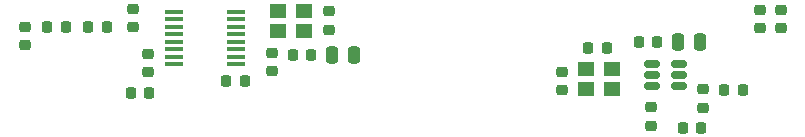
<source format=gbr>
%TF.GenerationSoftware,KiCad,Pcbnew,8.0.0-1.fc39*%
%TF.CreationDate,2024-05-13T23:25:18+02:00*%
%TF.ProjectId,radio433,72616469-6f34-4333-932e-6b696361645f,rev?*%
%TF.SameCoordinates,Original*%
%TF.FileFunction,Paste,Top*%
%TF.FilePolarity,Positive*%
%FSLAX46Y46*%
G04 Gerber Fmt 4.6, Leading zero omitted, Abs format (unit mm)*
G04 Created by KiCad (PCBNEW 8.0.0-1.fc39) date 2024-05-13 23:25:18*
%MOMM*%
%LPD*%
G01*
G04 APERTURE LIST*
G04 Aperture macros list*
%AMRoundRect*
0 Rectangle with rounded corners*
0 $1 Rounding radius*
0 $2 $3 $4 $5 $6 $7 $8 $9 X,Y pos of 4 corners*
0 Add a 4 corners polygon primitive as box body*
4,1,4,$2,$3,$4,$5,$6,$7,$8,$9,$2,$3,0*
0 Add four circle primitives for the rounded corners*
1,1,$1+$1,$2,$3*
1,1,$1+$1,$4,$5*
1,1,$1+$1,$6,$7*
1,1,$1+$1,$8,$9*
0 Add four rect primitives between the rounded corners*
20,1,$1+$1,$2,$3,$4,$5,0*
20,1,$1+$1,$4,$5,$6,$7,0*
20,1,$1+$1,$6,$7,$8,$9,0*
20,1,$1+$1,$8,$9,$2,$3,0*%
G04 Aperture macros list end*
%ADD10RoundRect,0.225000X-0.250000X0.225000X-0.250000X-0.225000X0.250000X-0.225000X0.250000X0.225000X0*%
%ADD11RoundRect,0.218750X-0.218750X-0.256250X0.218750X-0.256250X0.218750X0.256250X-0.218750X0.256250X0*%
%ADD12R,1.400000X1.200000*%
%ADD13RoundRect,0.225000X0.225000X0.250000X-0.225000X0.250000X-0.225000X-0.250000X0.225000X-0.250000X0*%
%ADD14RoundRect,0.225000X-0.225000X-0.250000X0.225000X-0.250000X0.225000X0.250000X-0.225000X0.250000X0*%
%ADD15R,1.600000X0.410000*%
%ADD16RoundRect,0.218750X0.256250X-0.218750X0.256250X0.218750X-0.256250X0.218750X-0.256250X-0.218750X0*%
%ADD17RoundRect,0.250000X-0.250000X-0.475000X0.250000X-0.475000X0.250000X0.475000X-0.250000X0.475000X0*%
%ADD18RoundRect,0.150000X0.512500X0.150000X-0.512500X0.150000X-0.512500X-0.150000X0.512500X-0.150000X0*%
%ADD19RoundRect,0.218750X-0.256250X0.218750X-0.256250X-0.218750X0.256250X-0.218750X0.256250X0.218750X0*%
%ADD20RoundRect,0.225000X0.250000X-0.225000X0.250000X0.225000X-0.250000X0.225000X-0.250000X-0.225000X0*%
%ADD21RoundRect,0.250000X0.250000X0.475000X-0.250000X0.475000X-0.250000X-0.475000X0.250000X-0.475000X0*%
G04 APERTURE END LIST*
D10*
%TO.C,C3*%
X254000000Y-94475000D03*
X254000000Y-96025000D03*
%TD*%
D11*
%TO.C,R3*%
X200705000Y-101510000D03*
X202280000Y-101510000D03*
%TD*%
D12*
%TO.C,Y3*%
X239250000Y-101200000D03*
X241450000Y-101200000D03*
X241450000Y-99500000D03*
X239250000Y-99500000D03*
%TD*%
D10*
%TO.C,C13*%
X202200000Y-98225000D03*
X202200000Y-99775000D03*
%TD*%
%TO.C,C12*%
X212700000Y-98125000D03*
X212700000Y-99675000D03*
%TD*%
D13*
%TO.C,C6*%
X245275000Y-97250000D03*
X243725000Y-97250000D03*
%TD*%
D14*
%TO.C,C14*%
X208825000Y-100500000D03*
X210375000Y-100500000D03*
%TD*%
%TO.C,C4*%
X239475000Y-97750000D03*
X241025000Y-97750000D03*
%TD*%
D15*
%TO.C,U2*%
X204345700Y-94627500D03*
X204345700Y-95262500D03*
X204345700Y-95897500D03*
X204345700Y-96532500D03*
X204345700Y-97167500D03*
X204345700Y-97802500D03*
X204345700Y-98437500D03*
X204345700Y-99072500D03*
X209654300Y-99072500D03*
X209654300Y-98437500D03*
X209654300Y-97802500D03*
X209654300Y-97167500D03*
X209654300Y-96532500D03*
X209654300Y-95897500D03*
X209654300Y-95262500D03*
X209654300Y-94627500D03*
%TD*%
D16*
%TO.C,L2*%
X255750000Y-96037500D03*
X255750000Y-94462500D03*
%TD*%
D17*
%TO.C,C9*%
X217750000Y-98300000D03*
X219650000Y-98300000D03*
%TD*%
D18*
%TO.C,U1*%
X247137500Y-100950000D03*
X247137500Y-100000000D03*
X247137500Y-99050000D03*
X244862500Y-99050000D03*
X244862500Y-100000000D03*
X244862500Y-100950000D03*
%TD*%
D19*
%TO.C,L3*%
X191750000Y-95912500D03*
X191750000Y-97487500D03*
%TD*%
D10*
%TO.C,C5*%
X237250000Y-99725000D03*
X237250000Y-101275000D03*
%TD*%
D13*
%TO.C,C8*%
X215975000Y-98300000D03*
X214425000Y-98300000D03*
%TD*%
D14*
%TO.C,C10*%
X197129300Y-95937500D03*
X198679300Y-95937500D03*
%TD*%
D11*
%TO.C,R2*%
X247462500Y-104500000D03*
X249037500Y-104500000D03*
%TD*%
D16*
%TO.C,L1*%
X249212500Y-102787500D03*
X249212500Y-101212500D03*
%TD*%
%TO.C,L4*%
X200904300Y-95975000D03*
X200904300Y-94400000D03*
%TD*%
D14*
%TO.C,C2*%
X250975000Y-101250000D03*
X252525000Y-101250000D03*
%TD*%
D12*
%TO.C,Y2*%
X213200000Y-96250000D03*
X215400000Y-96250000D03*
X215400000Y-94550000D03*
X213200000Y-94550000D03*
%TD*%
D20*
%TO.C,C7*%
X217525000Y-96175000D03*
X217525000Y-94625000D03*
%TD*%
D16*
%TO.C,R1*%
X244750000Y-104287500D03*
X244750000Y-102712500D03*
%TD*%
D21*
%TO.C,C1*%
X248950000Y-97250000D03*
X247050000Y-97250000D03*
%TD*%
D14*
%TO.C,C11*%
X193654300Y-95937500D03*
X195204300Y-95937500D03*
%TD*%
M02*

</source>
